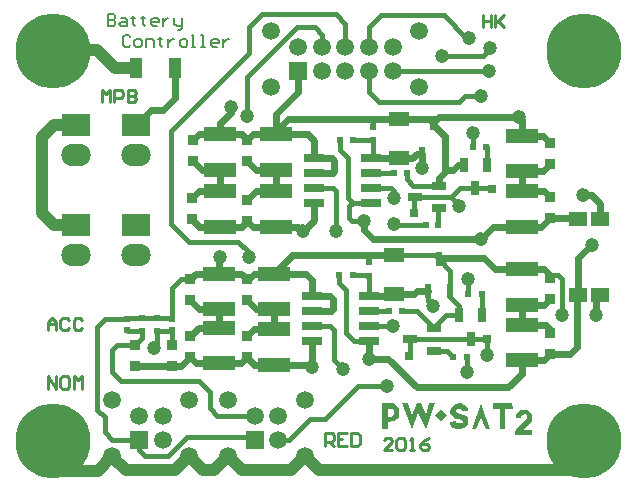
<source format=gtl>
G04 Layer_Physical_Order=1*
G04 Layer_Color=255*
%FSAX23Y23*%
%MOIN*%
G70*
G01*
G75*
%ADD10R,0.043X0.067*%
%ADD11R,0.024X0.024*%
%ADD12R,0.024X0.020*%
%ADD13R,0.035X0.035*%
%ADD14R,0.051X0.028*%
%ADD15R,0.028X0.028*%
%ADD16R,0.020X0.024*%
%ADD17R,0.028X0.051*%
%ADD18R,0.028X0.028*%
%ADD19R,0.106X0.045*%
%ADD20R,0.024X0.048*%
%ADD21R,0.070X0.028*%
%ADD22R,0.059X0.051*%
%ADD23R,0.071X0.045*%
%ADD24C,0.039*%
%ADD25C,0.016*%
%ADD26C,0.024*%
%ADD27C,0.008*%
%ADD28C,0.010*%
%ADD29C,0.250*%
%ADD30C,0.059*%
%ADD31R,0.059X0.059*%
%ADD32O,0.098X0.075*%
%ADD33R,0.098X0.075*%
%ADD34C,0.047*%
G36*
X02519Y01259D02*
X02525Y01251D01*
Y01241D01*
X02509D01*
X02503Y01247D01*
X02489D01*
X02487Y01237D01*
X02501Y01233D01*
X02513Y01229D01*
X02527Y01221D01*
Y01199D01*
X02519Y01187D01*
X02503Y01181D01*
X02486Y01183D01*
X02471Y01189D01*
X02465Y01205D01*
X02485Y01207D01*
X02487Y01201D01*
X02505D01*
X02511Y01205D01*
X02507Y01211D01*
X02493Y01215D01*
X02487D01*
X02475Y01223D01*
X02467Y01235D01*
X02469Y01251D01*
X02483Y01265D01*
X02503Y01267D01*
X02519Y01259D01*
D02*
G37*
G36*
X02385Y01181D02*
X02361Y01235D01*
X02341Y01181D01*
X02307Y01267D01*
X02325D01*
X02341Y01229D01*
X02355Y01267D01*
X02369D01*
X02385Y01227D01*
X02397Y01267D01*
X02415D01*
X02385Y01181D01*
D02*
G37*
G36*
X02457Y01227D02*
X02436Y01207D01*
X02417Y01227D01*
X02435Y01245D01*
X02457Y01227D01*
D02*
G37*
G36*
X02675Y01249D02*
X02651Y01247D01*
Y01181D01*
X02633D01*
Y01247D01*
X02611Y01249D01*
Y01267D01*
X02673D01*
X02675Y01249D01*
D02*
G37*
G36*
X02601Y01181D02*
X02585D01*
X02569Y01219D01*
X02553Y01181D01*
X02539D01*
X02569Y01266D01*
X02601Y01181D01*
D02*
G37*
G36*
X02287Y01261D02*
X02295Y01251D01*
X02297Y01241D01*
Y01231D01*
X02295Y01223D01*
X02291Y01215D01*
X02279Y01207D01*
X02259Y01205D01*
Y01181D01*
X02241D01*
Y01267D01*
X02275D01*
X02287Y01261D01*
D02*
G37*
G36*
X02741Y01233D02*
Y01209D01*
X02711Y01179D01*
X02741Y01177D01*
Y01161D01*
X02683D01*
Y01173D01*
X02693Y01187D01*
X02717Y01209D01*
X02723Y01217D01*
Y01227D01*
X02715Y01231D01*
X02707Y01229D01*
X02703Y01217D01*
X02685D01*
X02687Y01231D01*
X02703Y01245D01*
X02727D01*
X02741Y01233D01*
D02*
G37*
%LPC*%
G36*
X02275Y01247D02*
X02259D01*
Y01223D01*
X02271D01*
X02275Y01225D01*
X02281Y01231D01*
X02279Y01241D01*
X02275Y01247D01*
D02*
G37*
%LPD*%
D10*
X01420Y02385D02*
D03*
X01550D02*
D03*
D11*
X01540Y01513D02*
D03*
Y01548D02*
D03*
X01390Y01513D02*
D03*
Y01548D02*
D03*
D12*
X01490Y01509D02*
D03*
Y01552D02*
D03*
X01440Y01509D02*
D03*
Y01552D02*
D03*
X02195Y01693D02*
D03*
Y01737D02*
D03*
X02211Y02144D02*
D03*
Y02187D02*
D03*
D13*
X01540Y01461D02*
D03*
Y01390D02*
D03*
X01415Y01461D02*
D03*
Y01390D02*
D03*
X02800Y01685D02*
D03*
Y01615D02*
D03*
Y02135D02*
D03*
Y02065D02*
D03*
Y01500D02*
D03*
Y01430D02*
D03*
Y01955D02*
D03*
Y01885D02*
D03*
X01790Y01680D02*
D03*
Y01610D02*
D03*
Y01490D02*
D03*
Y01420D02*
D03*
X01600Y01490D02*
D03*
Y01420D02*
D03*
Y01680D02*
D03*
Y01610D02*
D03*
X01791Y02146D02*
D03*
Y02075D02*
D03*
X01606Y01951D02*
D03*
Y01880D02*
D03*
X01791Y01946D02*
D03*
Y01875D02*
D03*
X01611Y02146D02*
D03*
Y02075D02*
D03*
D14*
X02413Y01443D02*
D03*
Y01517D02*
D03*
X02333Y01480D02*
D03*
X02429Y01918D02*
D03*
Y01993D02*
D03*
X02350Y01955D02*
D03*
D15*
X02330Y01426D02*
D03*
X02346Y01901D02*
D03*
D16*
X02478Y01420D02*
D03*
X02522D02*
D03*
X02572Y01630D02*
D03*
X02528D02*
D03*
X02098Y01695D02*
D03*
X02142D02*
D03*
X02428Y01860D02*
D03*
X02385D02*
D03*
X02280Y02035D02*
D03*
X02323D02*
D03*
X02587Y02120D02*
D03*
X02543D02*
D03*
X02100Y02145D02*
D03*
X02143D02*
D03*
X02263Y01575D02*
D03*
X02307D02*
D03*
D17*
X02572Y01563D02*
D03*
X02498D02*
D03*
X02535Y01483D02*
D03*
X02589Y02063D02*
D03*
X02514D02*
D03*
X02551Y01984D02*
D03*
D18*
X02589Y01480D02*
D03*
X02605Y01980D02*
D03*
D19*
X01695Y01581D02*
D03*
Y01699D02*
D03*
X01880Y01581D02*
D03*
Y01699D02*
D03*
X01695Y01401D02*
D03*
Y01519D02*
D03*
X01880Y01396D02*
D03*
Y01514D02*
D03*
X02705Y01596D02*
D03*
Y01714D02*
D03*
Y02041D02*
D03*
Y02159D02*
D03*
Y01411D02*
D03*
Y01529D02*
D03*
Y01856D02*
D03*
Y01974D02*
D03*
X01701Y02046D02*
D03*
Y02164D02*
D03*
X01886Y02046D02*
D03*
Y02164D02*
D03*
X01701Y01856D02*
D03*
Y01974D02*
D03*
X01886Y01856D02*
D03*
Y01974D02*
D03*
D20*
X02467Y01643D02*
D03*
X02430Y01747D02*
D03*
X02393Y01643D02*
D03*
X02449Y02099D02*
D03*
X02411Y02202D02*
D03*
X02374Y02099D02*
D03*
D21*
X02007Y01624D02*
D03*
X02195D02*
D03*
Y01574D02*
D03*
X02007D02*
D03*
Y01474D02*
D03*
X02195D02*
D03*
Y01524D02*
D03*
X02007D02*
D03*
X02013Y02085D02*
D03*
X02202D02*
D03*
Y02035D02*
D03*
X02013D02*
D03*
Y01935D02*
D03*
X02202D02*
D03*
Y01985D02*
D03*
X02013D02*
D03*
D22*
X02893Y01881D02*
D03*
X02967Y01629D02*
D03*
X02893D02*
D03*
X02967Y01881D02*
D03*
D23*
X02280Y01760D02*
D03*
Y01630D02*
D03*
X02296Y02215D02*
D03*
Y02085D02*
D03*
D24*
X01350Y02385D02*
X01420D01*
X01290Y02445D02*
X01350Y02385D01*
X02905Y01045D02*
X02913Y01053D01*
X02029Y01045D02*
X02905D01*
X01982Y01092D02*
X02029Y01045D01*
X01294Y01043D02*
X01341Y01091D01*
X01142Y01043D02*
X01294D01*
X01935Y01045D02*
X01982Y01092D01*
X01772Y01045D02*
X01935D01*
X01726Y01091D02*
X01772Y01045D01*
X01681D02*
X01726Y01091D01*
X01644Y01045D02*
X01681D01*
X01597Y01092D02*
X01644Y01045D01*
X01550D02*
X01597Y01092D01*
X01385Y01045D02*
X01550D01*
X01341Y01089D02*
X01385Y01045D01*
X02913Y01053D02*
Y01142D01*
X01142Y01043D02*
Y01142D01*
X01341Y01089D02*
Y01091D01*
X01146Y02445D02*
X01290D01*
X01145Y02195D02*
X01220D01*
X01105Y02155D02*
X01145Y02195D01*
X01105Y01900D02*
Y02155D01*
Y01900D02*
X01145Y01860D01*
X01220D01*
D25*
X02000Y01215D02*
X02050D01*
X01930Y01145D02*
X02000Y01215D01*
X01894Y01145D02*
X01930D01*
X02050Y01215D02*
X02160Y01325D01*
X01691Y01224D02*
X01815D01*
X01665Y01250D02*
X01691Y01224D01*
X01665Y01250D02*
Y01305D01*
X01630Y01340D02*
X01665Y01305D01*
X01370Y01340D02*
X01630D01*
X01340Y01370D02*
X01370Y01340D01*
X01340Y01370D02*
Y01445D01*
X01805Y01155D02*
X01815Y01145D01*
X01590Y01155D02*
X01805D01*
X01525Y01090D02*
X01590Y01155D01*
X01430Y01110D02*
Y01145D01*
Y01110D02*
X01450Y01090D01*
X01525D01*
X01340Y01145D02*
X01430D01*
X01315Y01170D02*
X01340Y01145D01*
X01315Y01170D02*
Y01220D01*
X01290Y01245D02*
X01315Y01220D01*
X01290Y01245D02*
Y01520D01*
X02840Y01560D02*
Y01680D01*
X02825Y01695D02*
X02840Y01680D01*
X02800Y01695D02*
X02825D01*
X01535Y02175D02*
X01795Y02435D01*
X01535Y01865D02*
Y02175D01*
Y01865D02*
X01595Y01805D01*
X01795Y02435D02*
Y02520D01*
X02575Y02425D02*
X02600Y02450D01*
X02440Y02425D02*
X02575D01*
X02445Y02560D02*
X02520Y02485D01*
X02530D01*
X02275Y02375D02*
X02595D01*
X02230Y02270D02*
X02495D01*
X02196Y02304D02*
X02230Y02270D01*
X02196Y02304D02*
Y02375D01*
X02515Y02290D02*
X02570D01*
X02495Y02270D02*
X02515Y02290D01*
X02196Y02454D02*
Y02521D01*
X02235Y02560D01*
X02445D01*
X02495Y01925D02*
Y01931D01*
X02471Y01955D02*
X02495Y01931D01*
X02160Y01325D02*
X02255D01*
X02280Y01950D02*
Y01975D01*
X02270Y01985D02*
X02280Y01975D01*
X02202Y01985D02*
X02270D01*
X02085Y01840D02*
Y01975D01*
X02075Y01985D02*
X02085Y01975D01*
X02013Y01985D02*
X02075D01*
X02117Y02454D02*
Y02533D01*
X02085Y02565D02*
X02117Y02533D01*
X01840Y02565D02*
X02085D01*
X01795Y02520D02*
X01840Y02565D01*
X01595Y01805D02*
X01760D01*
X01795Y01770D01*
Y01755D02*
Y01770D01*
X02039Y02454D02*
Y02496D01*
X02015Y02520D02*
X02039Y02496D01*
X01955Y02520D02*
X02015D01*
X01790Y02355D02*
X01955Y02520D01*
X01790Y02225D02*
Y02355D01*
X02280Y01865D02*
X02285Y01860D01*
X02385D01*
X02522Y01372D02*
Y01420D01*
X01356Y01461D02*
X01415D01*
X01340Y01445D02*
X01356Y01461D01*
X01318Y01548D02*
X01390D01*
X01290Y01520D02*
X01318Y01548D01*
X02528Y01630D02*
Y01683D01*
X02543Y02120D02*
Y02167D01*
X02589Y02063D02*
Y02120D01*
X02080Y01410D02*
X02110Y01380D01*
X02080Y01410D02*
Y01510D01*
X02066Y01524D02*
X02080Y01510D01*
X02007Y01524D02*
X02066D01*
X02195D02*
X02276D01*
X01570Y01680D02*
X01600D01*
X01540Y01650D02*
X01570Y01680D01*
X01540Y01548D02*
Y01650D01*
X02500Y01984D02*
X02551D01*
X02471Y01955D02*
X02500Y01984D01*
X02551D02*
X02601D01*
X02350Y01955D02*
X02471D01*
X01415Y01461D02*
X01440Y01486D01*
Y01509D01*
X01480Y01450D02*
X01490Y01460D01*
Y01509D01*
X01540Y01461D02*
Y01513D01*
X01490Y01509D02*
X01536D01*
X01394D02*
X01440D01*
Y01552D02*
X01490D01*
X01536D01*
X01394D02*
X01440D01*
X02141Y01875D02*
X02181D01*
X02131Y01885D02*
X02141Y01875D01*
X02131Y01885D02*
Y01924D01*
X02142Y01935D01*
X02344Y01993D02*
X02429D01*
X02323Y02014D02*
X02344Y01993D01*
X02323Y02014D02*
Y02035D01*
X02202Y02035D02*
X02279D01*
X02428Y01860D02*
Y01916D01*
X02346Y01901D02*
Y01951D01*
X02143Y02145D02*
X02210D01*
X02100Y02112D02*
Y02145D01*
X02211Y02094D02*
Y02144D01*
Y02187D02*
Y02210D01*
X02100Y02112D02*
X02126Y02085D01*
Y01950D02*
Y02085D01*
Y01950D02*
X02142Y01935D01*
X02202D01*
X02195Y01737D02*
Y01760D01*
X02098Y01667D02*
X02120Y01645D01*
Y01500D02*
Y01645D01*
Y01500D02*
X02146Y01474D01*
X02195D01*
X02098Y01667D02*
Y01695D01*
X02393Y01607D02*
X02410Y01590D01*
X02393Y01607D02*
Y01643D01*
X02333Y01480D02*
X02589D01*
X02589Y01429D02*
Y01480D01*
X02572Y01563D02*
Y01629D01*
X02413Y01443D02*
X02456D01*
X02478Y01420D01*
X02333Y01430D02*
Y01480D01*
X02307Y01575D02*
X02356D01*
X02413Y01517D01*
X02453Y01563D02*
X02498D01*
X02413Y01523D02*
X02453Y01563D01*
X02413Y01517D02*
Y01523D01*
X02498Y01563D02*
Y01592D01*
X02467Y01623D02*
X02498Y01592D01*
X02467Y01623D02*
Y01643D01*
X02430Y01747D02*
X02467Y01709D01*
Y01643D02*
Y01709D01*
X02417Y01760D02*
X02430Y01747D01*
X02280Y01760D02*
X02417D01*
X02196Y01575D02*
X02263D01*
X02142Y01695D02*
X02193D01*
X02195Y01625D02*
Y01693D01*
D26*
X01550Y02285D02*
Y02385D01*
X01510Y02245D02*
X01550Y02285D01*
X01470Y02245D02*
X01510D01*
X01420Y02195D02*
X01470Y02245D01*
X01800Y01685D02*
X01814Y01699D01*
X01771D02*
X01790Y01680D01*
X01695Y01699D02*
Y01750D01*
X01740Y02260D02*
X01745Y02255D01*
X01701Y02164D02*
Y02201D01*
X01735Y02235D01*
Y02255D01*
X01791Y02146D02*
X01810Y02164D01*
X01773D02*
X01791Y02146D01*
X01735Y02255D02*
X01745D01*
X02893Y01753D02*
X02935Y01795D01*
X02940D01*
Y01960D02*
X02967Y01933D01*
X02910Y01960D02*
X02940D01*
X02967Y01881D02*
Y01933D01*
X02355Y01320D02*
X02660D01*
X02260Y01415D02*
X02355Y01320D01*
X02195Y01415D02*
X02260D01*
X02705Y01365D02*
Y01411D01*
X02660Y01320D02*
X02705Y01365D01*
X01886Y02164D02*
X01992D01*
X01810D02*
X01886D01*
Y02175D02*
Y02231D01*
X01960Y02305D01*
Y02375D01*
X02878Y01629D02*
X02890Y01617D01*
X02893Y01629D02*
Y01753D01*
X02695Y02220D02*
X02705Y02210D01*
X02890Y01455D02*
Y01617D01*
X02865Y01430D02*
X02890Y01455D01*
X02800Y01430D02*
X02865D01*
X02181Y01844D02*
Y01875D01*
Y01844D02*
X02210Y01815D01*
X02570D01*
X02611Y01856D01*
X02705D01*
X01570Y01390D02*
X01600Y01420D01*
X01540Y01390D02*
X01570D01*
X01420Y02195D02*
X01435D01*
X02430Y01747D02*
X02433Y01750D01*
X02580D01*
X02616Y01714D01*
X02705D01*
X02411Y02202D02*
X02429Y02220D01*
X02695D01*
X02705Y02159D02*
Y02210D01*
Y01974D02*
Y02041D01*
X02952Y01563D02*
Y01629D01*
X02776Y02159D02*
X02800Y02135D01*
X02705Y02159D02*
X02776D01*
Y02041D02*
X02800Y02065D01*
X02705Y02041D02*
X02776D01*
X02781Y01974D02*
X02800Y01955D01*
X02705Y01974D02*
X02781D01*
X02781Y01714D02*
X02800Y01695D01*
X02705Y01714D02*
X02781D01*
X02781Y01596D02*
X02800Y01615D01*
X02705Y01596D02*
X02781D01*
X02800Y01500D02*
Y01515D01*
X02786Y01529D02*
X02800Y01515D01*
X02705Y01529D02*
X02786D01*
X02705D02*
Y01596D01*
X02781Y01411D02*
X02800Y01430D01*
X02705Y01411D02*
X02781D01*
X02874Y01885D02*
X02878Y01881D01*
X02800Y01885D02*
X02874D01*
X02771Y01856D02*
X02800Y01885D01*
X02705Y01856D02*
X02771D01*
X02449Y02038D02*
X02456Y02045D01*
X02429Y02018D02*
X02449Y02038D01*
X02494Y02063D02*
X02514D01*
X02476Y02045D02*
X02494Y02063D01*
X02456Y02045D02*
X02476D01*
X01415Y01390D02*
X01540D01*
X01960Y01856D02*
X01976Y01840D01*
X01886Y01856D02*
X01960D01*
X02374Y02053D02*
Y02099D01*
X02449Y02038D02*
Y02099D01*
X02429Y01993D02*
Y02018D01*
X02449Y02099D02*
Y02158D01*
X02411Y02195D02*
X02449Y02158D01*
X02411Y02195D02*
Y02202D01*
X02398Y02215D02*
X02411Y02202D01*
X02296Y02215D02*
X02398D01*
X02296Y02085D02*
X02341D01*
X02355Y02099D01*
X02374D01*
X02202Y02085D02*
X02296D01*
X01926Y02215D02*
X02296D01*
X02013Y01877D02*
Y01935D01*
X01992Y01856D02*
X02013Y01877D01*
X01886Y02175D02*
X01926Y02215D01*
X01886Y02164D02*
Y02175D01*
X02013Y02085D02*
Y02143D01*
X01992Y02164D02*
X02013Y02143D01*
Y02035D02*
X02076D01*
X02081Y02040D01*
Y02075D01*
X02072Y02085D02*
X02081Y02075D01*
X02013Y02085D02*
X02072D01*
X01791Y02075D02*
X01820Y02046D01*
X01886D01*
X01611Y02075D02*
X01640Y02046D01*
X01701D01*
X01611Y02146D02*
X01630Y02164D01*
X01701D01*
X01773D01*
X01606Y01951D02*
X01630Y01974D01*
X01701D01*
X01606Y01880D02*
X01630Y01856D01*
X01701D01*
X01773D02*
X01791Y01875D01*
X01701Y01856D02*
X01773D01*
X01810D02*
X01886D01*
X01791Y01875D02*
X01810Y01856D01*
X01820Y01974D02*
X01886D01*
X01791Y01946D02*
X01820Y01974D01*
X01886D02*
Y02046D01*
X01701Y01974D02*
Y02046D01*
X01941Y01760D02*
X02195D01*
X02280D01*
X01880Y01699D02*
X01941Y01760D01*
X02195Y01415D02*
Y01474D01*
X02005Y01387D02*
X02007Y01390D01*
Y01474D01*
X01997Y01396D02*
X02005Y01387D01*
X01880Y01396D02*
X01997D01*
X02007Y01624D02*
Y01678D01*
X01986Y01699D02*
X02007Y01678D01*
X01880Y01699D02*
X01986D01*
X02358Y01643D02*
X02393D01*
X02345Y01630D02*
X02358Y01643D01*
X02280Y01630D02*
X02345D01*
X02195Y01624D02*
X02274D01*
X02007D02*
X02066D01*
X02075Y01615D01*
Y01580D02*
Y01615D01*
X02069Y01574D02*
X02075Y01580D01*
X02007Y01574D02*
X02069D01*
X01814Y01514D02*
X01880D01*
X01790Y01490D02*
X01814Y01514D01*
X01790Y01490D02*
X01790D01*
X01819Y01581D02*
X01880D01*
X01790Y01610D02*
X01819Y01581D01*
X01814Y01699D02*
X01880D01*
X01695D02*
X01771D01*
X01619D02*
X01695D01*
X01600Y01680D02*
X01619Y01699D01*
X01600Y01680D02*
X01600D01*
X01629Y01581D02*
X01695D01*
X01600Y01610D02*
X01629Y01581D01*
X01600Y01610D02*
X01600D01*
X01629Y01519D02*
X01695D01*
X01600Y01490D02*
X01629Y01519D01*
X01600Y01420D02*
X01619Y01401D01*
X01695D01*
X01771D02*
X01790Y01420D01*
X01695Y01401D02*
X01771D01*
X01814Y01396D02*
X01880D01*
X01790Y01420D02*
X01814Y01396D01*
X01880Y01514D02*
Y01581D01*
X01695Y01519D02*
Y01581D01*
D27*
X01401Y02488D02*
X01395Y02494D01*
X01382D01*
X01375Y02488D01*
Y02462D01*
X01382Y02455D01*
X01395D01*
X01401Y02462D01*
X01421Y02455D02*
X01434D01*
X01441Y02462D01*
Y02475D01*
X01434Y02481D01*
X01421D01*
X01414Y02475D01*
Y02462D01*
X01421Y02455D01*
X01454D02*
Y02481D01*
X01473D01*
X01480Y02475D01*
Y02455D01*
X01500Y02488D02*
Y02481D01*
X01493D01*
X01506D01*
X01500D01*
Y02462D01*
X01506Y02455D01*
X01526Y02481D02*
Y02455D01*
Y02468D01*
X01532Y02475D01*
X01539Y02481D01*
X01546D01*
X01572Y02455D02*
X01585D01*
X01591Y02462D01*
Y02475D01*
X01585Y02481D01*
X01572D01*
X01565Y02475D01*
Y02462D01*
X01572Y02455D01*
X01605D02*
X01618D01*
X01611D01*
Y02494D01*
X01605D01*
X01637Y02455D02*
X01651D01*
X01644D01*
Y02494D01*
X01637D01*
X01690Y02455D02*
X01677D01*
X01670Y02462D01*
Y02475D01*
X01677Y02481D01*
X01690D01*
X01696Y02475D01*
Y02468D01*
X01670D01*
X01710Y02481D02*
Y02455D01*
Y02468D01*
X01716Y02475D01*
X01723Y02481D01*
X01729D01*
X01325Y02564D02*
Y02525D01*
X01345D01*
X01351Y02532D01*
Y02538D01*
X01345Y02545D01*
X01325D01*
X01345D01*
X01351Y02551D01*
Y02558D01*
X01345Y02564D01*
X01325D01*
X01371Y02551D02*
X01384D01*
X01391Y02545D01*
Y02525D01*
X01371D01*
X01364Y02532D01*
X01371Y02538D01*
X01391D01*
X01410Y02558D02*
Y02551D01*
X01404D01*
X01417D01*
X01410D01*
Y02532D01*
X01417Y02525D01*
X01443Y02558D02*
Y02551D01*
X01437D01*
X01450D01*
X01443D01*
Y02532D01*
X01450Y02525D01*
X01489D02*
X01476D01*
X01469Y02532D01*
Y02545D01*
X01476Y02551D01*
X01489D01*
X01496Y02545D01*
Y02538D01*
X01469D01*
X01509Y02551D02*
Y02525D01*
Y02538D01*
X01515Y02545D01*
X01522Y02551D01*
X01528D01*
X01548D02*
Y02532D01*
X01555Y02525D01*
X01574D01*
Y02518D01*
X01568Y02512D01*
X01561D01*
X01574Y02525D02*
Y02551D01*
D28*
X02575Y02563D02*
Y02520D01*
Y02542D01*
X02604D01*
Y02563D01*
Y02520D01*
X02618Y02563D02*
Y02520D01*
Y02534D01*
X02647Y02563D01*
X02626Y02542D01*
X02647Y02520D01*
X02050Y01125D02*
Y01168D01*
X02072D01*
X02079Y01161D01*
Y01147D01*
X02072Y01139D01*
X02050D01*
X02064D02*
X02079Y01125D01*
X02122Y01168D02*
X02093D01*
Y01125D01*
X02122D01*
X02093Y01147D02*
X02108D01*
X02137Y01168D02*
Y01125D01*
X02158D01*
X02165Y01132D01*
Y01161D01*
X02158Y01168D01*
X02137D01*
X01125Y01315D02*
Y01358D01*
X01154Y01315D01*
Y01358D01*
X01190D02*
X01176D01*
X01168Y01351D01*
Y01322D01*
X01176Y01315D01*
X01190D01*
X01197Y01322D01*
Y01351D01*
X01190Y01358D01*
X01212Y01315D02*
Y01358D01*
X01226Y01344D01*
X01240Y01358D01*
Y01315D01*
X02274Y01110D02*
X02245D01*
X02274Y01139D01*
Y01146D01*
X02267Y01153D01*
X02252D01*
X02245Y01146D01*
X02288D02*
X02296Y01153D01*
X02310D01*
X02317Y01146D01*
Y01117D01*
X02310Y01110D01*
X02296D01*
X02288Y01117D01*
Y01146D01*
X02332Y01110D02*
X02346D01*
X02339D01*
Y01153D01*
X02332Y01146D01*
X02397Y01153D02*
X02382Y01146D01*
X02368Y01132D01*
Y01117D01*
X02375Y01110D01*
X02389D01*
X02397Y01117D01*
Y01124D01*
X02389Y01132D01*
X02368D01*
X01125Y01510D02*
Y01539D01*
X01139Y01553D01*
X01154Y01539D01*
Y01510D01*
Y01532D01*
X01125D01*
X01197Y01546D02*
X01190Y01553D01*
X01176D01*
X01168Y01546D01*
Y01517D01*
X01176Y01510D01*
X01190D01*
X01197Y01517D01*
X01240Y01546D02*
X01233Y01553D01*
X01219D01*
X01212Y01546D01*
Y01517D01*
X01219Y01510D01*
X01233D01*
X01240Y01517D01*
X01305Y02270D02*
Y02313D01*
X01319Y02299D01*
X01334Y02313D01*
Y02270D01*
X01348D02*
Y02313D01*
X01370D01*
X01377Y02306D01*
Y02292D01*
X01370Y02284D01*
X01348D01*
X01392Y02313D02*
Y02270D01*
X01413D01*
X01420Y02277D01*
Y02284D01*
X01413Y02292D01*
X01392D01*
X01413D01*
X01420Y02299D01*
Y02306D01*
X01413Y02313D01*
X01392D01*
D29*
X02913Y01142D02*
D03*
X01142D02*
D03*
X02913Y02441D02*
D03*
X01142D02*
D03*
D30*
X01894Y01224D02*
D03*
X01982Y01279D02*
D03*
Y01092D02*
D03*
X01726Y01091D02*
D03*
Y01278D02*
D03*
X01815Y01224D02*
D03*
X01894Y01145D02*
D03*
X02196Y02375D02*
D03*
Y02454D02*
D03*
X02117Y02375D02*
D03*
Y02454D02*
D03*
X02275D02*
D03*
X02364Y02509D02*
D03*
Y02322D02*
D03*
X01871Y02321D02*
D03*
Y02508D02*
D03*
X01960Y02454D02*
D03*
X02275Y02375D02*
D03*
X02039D02*
D03*
Y02454D02*
D03*
X01509Y01224D02*
D03*
X01597Y01279D02*
D03*
Y01092D02*
D03*
X01341Y01091D02*
D03*
Y01278D02*
D03*
X01430Y01224D02*
D03*
X01509Y01145D02*
D03*
D31*
X01815D02*
D03*
X01960Y02375D02*
D03*
X01430Y01145D02*
D03*
D32*
X01420Y01760D02*
D03*
X01220D02*
D03*
X01420Y02095D02*
D03*
X01220D02*
D03*
D33*
X01420Y01860D02*
D03*
X01220D02*
D03*
X01420Y02195D02*
D03*
X01220D02*
D03*
D34*
X02600Y02450D02*
D03*
X02530Y02485D02*
D03*
X02440Y02425D02*
D03*
X02595Y02375D02*
D03*
X02495Y01925D02*
D03*
X02570Y02290D02*
D03*
X02255Y01325D02*
D03*
X02280Y01950D02*
D03*
X02085Y01840D02*
D03*
X01795Y01755D02*
D03*
X01700D02*
D03*
X01790Y02225D02*
D03*
X01735Y02255D02*
D03*
X02940Y01795D02*
D03*
X02910Y01960D02*
D03*
X02280Y01865D02*
D03*
X02522Y01372D02*
D03*
X02695Y02220D02*
D03*
X02840Y01560D02*
D03*
X02570Y01815D02*
D03*
X02528Y01683D02*
D03*
X02543Y02167D02*
D03*
X02110Y01380D02*
D03*
X02276Y01524D02*
D03*
X02952Y01563D02*
D03*
X01480Y01450D02*
D03*
X02181Y01875D02*
D03*
X01976Y01840D02*
D03*
X02374Y02053D02*
D03*
X02410Y01590D02*
D03*
X02589Y01429D02*
D03*
X02195Y01415D02*
D03*
X02005Y01387D02*
D03*
M02*

</source>
